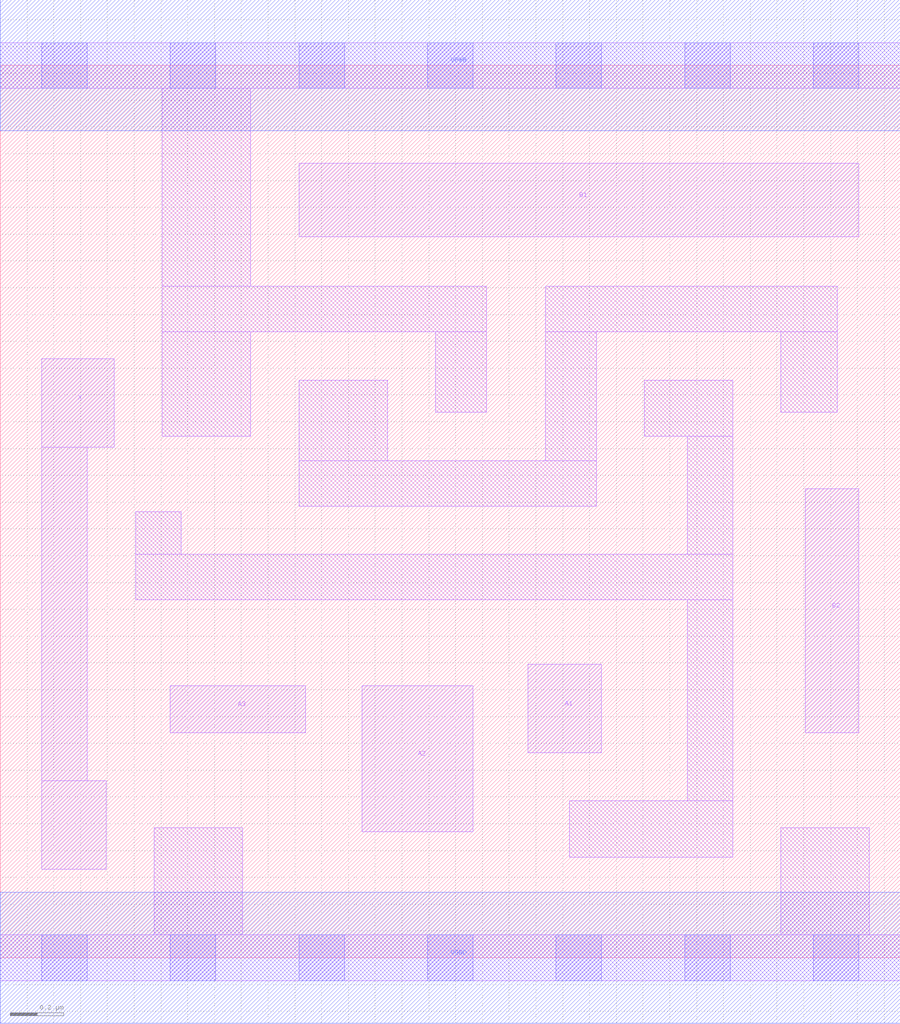
<source format=lef>
# Copyright 2020 The SkyWater PDK Authors
#
# Licensed under the Apache License, Version 2.0 (the "License");
# you may not use this file except in compliance with the License.
# You may obtain a copy of the License at
#
#     https://www.apache.org/licenses/LICENSE-2.0
#
# Unless required by applicable law or agreed to in writing, software
# distributed under the License is distributed on an "AS IS" BASIS,
# WITHOUT WARRANTIES OR CONDITIONS OF ANY KIND, either express or implied.
# See the License for the specific language governing permissions and
# limitations under the License.
#
# SPDX-License-Identifier: Apache-2.0

VERSION 5.7 ;
  NOWIREEXTENSIONATPIN ON ;
  DIVIDERCHAR "/" ;
  BUSBITCHARS "[]" ;
UNITS
  DATABASE MICRONS 200 ;
END UNITS
MACRO sky130_fd_sc_lp__a32o_m
  CLASS CORE ;
  FOREIGN sky130_fd_sc_lp__a32o_m ;
  ORIGIN  0.000000  0.000000 ;
  SIZE  3.360000 BY  3.330000 ;
  SYMMETRY X Y R90 ;
  SITE unit ;
  PIN A1
    ANTENNAGATEAREA  0.126000 ;
    DIRECTION INPUT ;
    USE SIGNAL ;
    PORT
      LAYER li1 ;
        RECT 1.970000 0.765000 2.245000 1.095000 ;
    END
  END A1
  PIN A2
    ANTENNAGATEAREA  0.126000 ;
    DIRECTION INPUT ;
    USE SIGNAL ;
    PORT
      LAYER li1 ;
        RECT 1.350000 0.470000 1.765000 1.015000 ;
    END
  END A2
  PIN A3
    ANTENNAGATEAREA  0.126000 ;
    DIRECTION INPUT ;
    USE SIGNAL ;
    PORT
      LAYER li1 ;
        RECT 0.635000 0.840000 1.140000 1.015000 ;
    END
  END A3
  PIN B1
    ANTENNAGATEAREA  0.126000 ;
    DIRECTION INPUT ;
    USE SIGNAL ;
    PORT
      LAYER li1 ;
        RECT 1.115000 2.690000 3.205000 2.965000 ;
    END
  END B1
  PIN B2
    ANTENNAGATEAREA  0.126000 ;
    DIRECTION INPUT ;
    USE SIGNAL ;
    PORT
      LAYER li1 ;
        RECT 3.005000 0.840000 3.205000 1.750000 ;
    END
  END B2
  PIN X
    ANTENNADIFFAREA  0.231000 ;
    DIRECTION OUTPUT ;
    USE SIGNAL ;
    PORT
      LAYER li1 ;
        RECT 0.155000 0.330000 0.395000 0.660000 ;
        RECT 0.155000 0.660000 0.325000 1.905000 ;
        RECT 0.155000 1.905000 0.425000 2.235000 ;
    END
  END X
  PIN VGND
    DIRECTION INOUT ;
    USE GROUND ;
    PORT
      LAYER met1 ;
        RECT 0.000000 -0.245000 3.360000 0.245000 ;
    END
  END VGND
  PIN VPWR
    DIRECTION INOUT ;
    USE POWER ;
    PORT
      LAYER met1 ;
        RECT 0.000000 3.085000 3.360000 3.575000 ;
    END
  END VPWR
  OBS
    LAYER li1 ;
      RECT 0.000000 -0.085000 3.360000 0.085000 ;
      RECT 0.000000  3.245000 3.360000 3.415000 ;
      RECT 0.505000  1.335000 2.735000 1.505000 ;
      RECT 0.505000  1.505000 0.675000 1.665000 ;
      RECT 0.575000  0.085000 0.905000 0.485000 ;
      RECT 0.605000  1.945000 0.935000 2.335000 ;
      RECT 0.605000  2.335000 1.815000 2.505000 ;
      RECT 0.605000  2.505000 0.935000 3.245000 ;
      RECT 1.115000  1.685000 2.225000 1.855000 ;
      RECT 1.115000  1.855000 1.445000 2.155000 ;
      RECT 1.625000  2.035000 1.815000 2.335000 ;
      RECT 2.035000  1.855000 2.225000 2.335000 ;
      RECT 2.035000  2.335000 3.125000 2.505000 ;
      RECT 2.125000  0.375000 2.735000 0.585000 ;
      RECT 2.405000  1.945000 2.735000 2.155000 ;
      RECT 2.565000  0.585000 2.735000 1.335000 ;
      RECT 2.565000  1.505000 2.735000 1.945000 ;
      RECT 2.915000  0.085000 3.245000 0.485000 ;
      RECT 2.915000  2.035000 3.125000 2.335000 ;
    LAYER mcon ;
      RECT 0.155000 -0.085000 0.325000 0.085000 ;
      RECT 0.155000  3.245000 0.325000 3.415000 ;
      RECT 0.635000 -0.085000 0.805000 0.085000 ;
      RECT 0.635000  3.245000 0.805000 3.415000 ;
      RECT 1.115000 -0.085000 1.285000 0.085000 ;
      RECT 1.115000  3.245000 1.285000 3.415000 ;
      RECT 1.595000 -0.085000 1.765000 0.085000 ;
      RECT 1.595000  3.245000 1.765000 3.415000 ;
      RECT 2.075000 -0.085000 2.245000 0.085000 ;
      RECT 2.075000  3.245000 2.245000 3.415000 ;
      RECT 2.555000 -0.085000 2.725000 0.085000 ;
      RECT 2.555000  3.245000 2.725000 3.415000 ;
      RECT 3.035000 -0.085000 3.205000 0.085000 ;
      RECT 3.035000  3.245000 3.205000 3.415000 ;
  END
END sky130_fd_sc_lp__a32o_m
END LIBRARY

</source>
